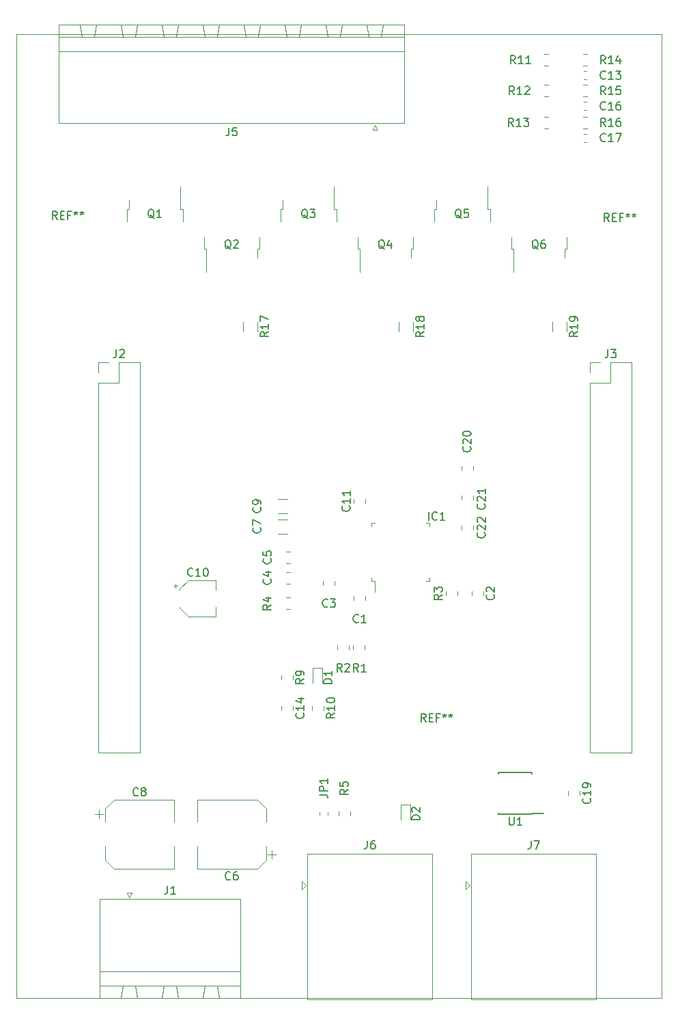
<source format=gbr>
%TF.GenerationSoftware,KiCad,Pcbnew,(5.0.2)-1*%
%TF.CreationDate,2019-02-28T08:25:03+01:00*%
%TF.ProjectId,bldc_driver_board,626c6463-5f64-4726-9976-65725f626f61,rev?*%
%TF.SameCoordinates,Original*%
%TF.FileFunction,Legend,Top*%
%TF.FilePolarity,Positive*%
%FSLAX46Y46*%
G04 Gerber Fmt 4.6, Leading zero omitted, Abs format (unit mm)*
G04 Created by KiCad (PCBNEW (5.0.2)-1) date 28.02.2019 08:25:03*
%MOMM*%
%LPD*%
G01*
G04 APERTURE LIST*
%ADD10C,0.100000*%
%ADD11C,0.120000*%
%ADD12C,0.150000*%
G04 APERTURE END LIST*
D10*
X31750000Y-166370000D02*
X31750000Y-46990000D01*
X111760000Y-166370000D02*
X31750000Y-166370000D01*
X111760000Y-46990000D02*
X111760000Y-166370000D01*
X31750000Y-46990000D02*
X111760000Y-46990000D01*
D11*
%TO.C,J5*%
X79850000Y-57990000D02*
X79850000Y-45770000D01*
X79850000Y-45770000D02*
X36990000Y-45770000D01*
X36990000Y-45770000D02*
X36990000Y-57990000D01*
X36990000Y-57990000D02*
X79850000Y-57990000D01*
X79850000Y-47270000D02*
X79850000Y-49070000D01*
X79850000Y-49070000D02*
X36990000Y-49070000D01*
X36990000Y-49070000D02*
X36990000Y-47270000D01*
X36990000Y-47270000D02*
X79850000Y-47270000D01*
X77200000Y-45770000D02*
X75200000Y-45770000D01*
X75200000Y-45770000D02*
X75450000Y-47270000D01*
X75450000Y-47270000D02*
X76950000Y-47270000D01*
X76950000Y-47270000D02*
X77200000Y-45770000D01*
X72120000Y-45770000D02*
X70120000Y-45770000D01*
X70120000Y-45770000D02*
X70370000Y-47270000D01*
X70370000Y-47270000D02*
X71870000Y-47270000D01*
X71870000Y-47270000D02*
X72120000Y-45770000D01*
X67040000Y-45770000D02*
X65040000Y-45770000D01*
X65040000Y-45770000D02*
X65290000Y-47270000D01*
X65290000Y-47270000D02*
X66790000Y-47270000D01*
X66790000Y-47270000D02*
X67040000Y-45770000D01*
X61960000Y-45770000D02*
X59960000Y-45770000D01*
X59960000Y-45770000D02*
X60210000Y-47270000D01*
X60210000Y-47270000D02*
X61710000Y-47270000D01*
X61710000Y-47270000D02*
X61960000Y-45770000D01*
X56880000Y-45770000D02*
X54880000Y-45770000D01*
X54880000Y-45770000D02*
X55130000Y-47270000D01*
X55130000Y-47270000D02*
X56630000Y-47270000D01*
X56630000Y-47270000D02*
X56880000Y-45770000D01*
X51800000Y-45770000D02*
X49800000Y-45770000D01*
X49800000Y-45770000D02*
X50050000Y-47270000D01*
X50050000Y-47270000D02*
X51550000Y-47270000D01*
X51550000Y-47270000D02*
X51800000Y-45770000D01*
X46720000Y-45770000D02*
X44720000Y-45770000D01*
X44720000Y-45770000D02*
X44970000Y-47270000D01*
X44970000Y-47270000D02*
X46470000Y-47270000D01*
X46470000Y-47270000D02*
X46720000Y-45770000D01*
X41640000Y-45770000D02*
X39640000Y-45770000D01*
X39640000Y-45770000D02*
X39890000Y-47270000D01*
X39890000Y-47270000D02*
X41390000Y-47270000D01*
X41390000Y-47270000D02*
X41640000Y-45770000D01*
X75900000Y-58790000D02*
X76200000Y-58190000D01*
X76200000Y-58190000D02*
X76500000Y-58790000D01*
X76500000Y-58790000D02*
X75900000Y-58790000D01*
%TO.C,C16*%
X102063733Y-56390000D02*
X102406267Y-56390000D01*
X102063733Y-55370000D02*
X102406267Y-55370000D01*
%TO.C,C1*%
X75005000Y-116581422D02*
X75005000Y-117098578D01*
X73585000Y-116581422D02*
X73585000Y-117098578D01*
%TO.C,C2*%
X89610000Y-115946422D02*
X89610000Y-116463578D01*
X88190000Y-115946422D02*
X88190000Y-116463578D01*
%TO.C,C3*%
X69775000Y-115193578D02*
X69775000Y-114676422D01*
X71195000Y-115193578D02*
X71195000Y-114676422D01*
%TO.C,C4*%
X65663578Y-115010000D02*
X65146422Y-115010000D01*
X65663578Y-113590000D02*
X65146422Y-113590000D01*
%TO.C,C5*%
X65146422Y-112470000D02*
X65663578Y-112470000D01*
X65146422Y-111050000D02*
X65663578Y-111050000D01*
%TO.C,C6*%
X54160000Y-141790000D02*
X54160000Y-144540000D01*
X54160000Y-150310000D02*
X54160000Y-147560000D01*
X61615563Y-150310000D02*
X54160000Y-150310000D01*
X61615563Y-141790000D02*
X54160000Y-141790000D01*
X62680000Y-142854437D02*
X62680000Y-144540000D01*
X62680000Y-149245563D02*
X62680000Y-147560000D01*
X62680000Y-149245563D02*
X61615563Y-150310000D01*
X62680000Y-142854437D02*
X61615563Y-141790000D01*
X63920000Y-148560000D02*
X62920000Y-148560000D01*
X63420000Y-149060000D02*
X63420000Y-148060000D01*
%TO.C,C7*%
X64167936Y-108860000D02*
X65372064Y-108860000D01*
X64167936Y-107040000D02*
X65372064Y-107040000D01*
%TO.C,C8*%
X41990000Y-143040000D02*
X41990000Y-144040000D01*
X41490000Y-143540000D02*
X42490000Y-143540000D01*
X42730000Y-149245563D02*
X43794437Y-150310000D01*
X42730000Y-142854437D02*
X43794437Y-141790000D01*
X42730000Y-142854437D02*
X42730000Y-144540000D01*
X42730000Y-149245563D02*
X42730000Y-147560000D01*
X43794437Y-150310000D02*
X51250000Y-150310000D01*
X43794437Y-141790000D02*
X51250000Y-141790000D01*
X51250000Y-141790000D02*
X51250000Y-144540000D01*
X51250000Y-150310000D02*
X51250000Y-147560000D01*
%TO.C,C9*%
X64167936Y-104500000D02*
X65372064Y-104500000D01*
X64167936Y-106320000D02*
X65372064Y-106320000D01*
%TO.C,C10*%
X56489000Y-119100000D02*
X56489000Y-117900000D01*
X56489000Y-114580000D02*
X56489000Y-115780000D01*
X53033437Y-114580000D02*
X56489000Y-114580000D01*
X53033437Y-119100000D02*
X56489000Y-119100000D01*
X51969000Y-118035563D02*
X51969000Y-117900000D01*
X51969000Y-115644437D02*
X51969000Y-115780000D01*
X51969000Y-115644437D02*
X53033437Y-114580000D01*
X51969000Y-118035563D02*
X53033437Y-119100000D01*
X51229000Y-115280000D02*
X51729000Y-115280000D01*
X51479000Y-115030000D02*
X51479000Y-115530000D01*
%TO.C,C11*%
X73585000Y-105033578D02*
X73585000Y-104516422D01*
X75005000Y-105033578D02*
X75005000Y-104516422D01*
%TO.C,C13*%
X102063733Y-51560000D02*
X102406267Y-51560000D01*
X102063733Y-52580000D02*
X102406267Y-52580000D01*
%TO.C,C14*%
X64568000Y-130170422D02*
X64568000Y-130687578D01*
X65988000Y-130170422D02*
X65988000Y-130687578D01*
%TO.C,C17*%
X102063733Y-59307000D02*
X102406267Y-59307000D01*
X102063733Y-60327000D02*
X102406267Y-60327000D01*
%TO.C,C19*%
X101548000Y-140711422D02*
X101548000Y-141228578D01*
X100128000Y-140711422D02*
X100128000Y-141228578D01*
%TO.C,C20*%
X88340000Y-100969578D02*
X88340000Y-100452422D01*
X86920000Y-100969578D02*
X86920000Y-100452422D01*
%TO.C,C21*%
X88340000Y-104652578D02*
X88340000Y-104135422D01*
X86920000Y-104652578D02*
X86920000Y-104135422D01*
%TO.C,C22*%
X86920000Y-108335578D02*
X86920000Y-107818422D01*
X88340000Y-108335578D02*
X88340000Y-107818422D01*
%TO.C,D1*%
X68488000Y-127319000D02*
X68488000Y-125469000D01*
X69688000Y-127319000D02*
X69688000Y-125469000D01*
X69688000Y-125469000D02*
X68488000Y-125469000D01*
%TO.C,D2*%
X80610000Y-142360000D02*
X79410000Y-142360000D01*
X80610000Y-144210000D02*
X80610000Y-142360000D01*
X79410000Y-144210000D02*
X79410000Y-142360000D01*
%TO.C,IC1*%
X75765000Y-114285000D02*
X75765000Y-114735000D01*
X75765000Y-114735000D02*
X76215000Y-114735000D01*
X75765000Y-107965000D02*
X75765000Y-107515000D01*
X75765000Y-107515000D02*
X76215000Y-107515000D01*
X82985000Y-114285000D02*
X82985000Y-114735000D01*
X82985000Y-114735000D02*
X82535000Y-114735000D01*
X82985000Y-107965000D02*
X82985000Y-107515000D01*
X82985000Y-107515000D02*
X82535000Y-107515000D01*
X76215000Y-114735000D02*
X76215000Y-116025000D01*
%TO.C,J1*%
X42070000Y-154100000D02*
X42070000Y-166320000D01*
X42070000Y-166320000D02*
X59530000Y-166320000D01*
X59530000Y-166320000D02*
X59530000Y-154100000D01*
X59530000Y-154100000D02*
X42070000Y-154100000D01*
X42070000Y-164820000D02*
X42070000Y-163020000D01*
X42070000Y-163020000D02*
X59530000Y-163020000D01*
X59530000Y-163020000D02*
X59530000Y-164820000D01*
X59530000Y-164820000D02*
X42070000Y-164820000D01*
X44720000Y-166320000D02*
X46720000Y-166320000D01*
X46720000Y-166320000D02*
X46470000Y-164820000D01*
X46470000Y-164820000D02*
X44970000Y-164820000D01*
X44970000Y-164820000D02*
X44720000Y-166320000D01*
X49800000Y-166320000D02*
X51800000Y-166320000D01*
X51800000Y-166320000D02*
X51550000Y-164820000D01*
X51550000Y-164820000D02*
X50050000Y-164820000D01*
X50050000Y-164820000D02*
X49800000Y-166320000D01*
X54880000Y-166320000D02*
X56880000Y-166320000D01*
X56880000Y-166320000D02*
X56630000Y-164820000D01*
X56630000Y-164820000D02*
X55130000Y-164820000D01*
X55130000Y-164820000D02*
X54880000Y-166320000D01*
X46020000Y-153300000D02*
X45720000Y-153900000D01*
X45720000Y-153900000D02*
X45420000Y-153300000D01*
X45420000Y-153300000D02*
X46020000Y-153300000D01*
%TO.C,J2*%
X41850000Y-87570000D02*
X43180000Y-87570000D01*
X41850000Y-88900000D02*
X41850000Y-87570000D01*
X44450000Y-87570000D02*
X47050000Y-87570000D01*
X44450000Y-90170000D02*
X44450000Y-87570000D01*
X41850000Y-90170000D02*
X44450000Y-90170000D01*
X47050000Y-87570000D02*
X47050000Y-135950000D01*
X41850000Y-90170000D02*
X41850000Y-135950000D01*
X41850000Y-135950000D02*
X47050000Y-135950000D01*
%TO.C,J3*%
X102810000Y-135950000D02*
X108010000Y-135950000D01*
X102810000Y-90170000D02*
X102810000Y-135950000D01*
X108010000Y-87570000D02*
X108010000Y-135950000D01*
X102810000Y-90170000D02*
X105410000Y-90170000D01*
X105410000Y-90170000D02*
X105410000Y-87570000D01*
X105410000Y-87570000D02*
X108010000Y-87570000D01*
X102810000Y-88900000D02*
X102810000Y-87570000D01*
X102810000Y-87570000D02*
X104140000Y-87570000D01*
%TO.C,J6*%
X67805000Y-148520000D02*
X67805000Y-166480000D01*
X83325000Y-148520000D02*
X67805000Y-148520000D01*
X83325000Y-148520000D02*
X83325000Y-166480000D01*
X67805000Y-166480000D02*
X83325000Y-166480000D01*
X67620000Y-152400000D02*
X67120000Y-151900000D01*
X67120000Y-151900000D02*
X67120000Y-152900000D01*
X67120000Y-152900000D02*
X67620000Y-152400000D01*
%TO.C,J7*%
X87440000Y-152900000D02*
X87940000Y-152400000D01*
X87440000Y-151900000D02*
X87440000Y-152900000D01*
X87940000Y-152400000D02*
X87440000Y-151900000D01*
X88125000Y-166480000D02*
X103645000Y-166480000D01*
X103645000Y-148520000D02*
X103645000Y-166480000D01*
X103645000Y-148520000D02*
X88125000Y-148520000D01*
X88125000Y-148520000D02*
X88125000Y-166480000D01*
%TO.C,JP1*%
X70360000Y-143338733D02*
X70360000Y-143681267D01*
X69340000Y-143338733D02*
X69340000Y-143681267D01*
%TO.C,Q1*%
X52345000Y-70150000D02*
X52345000Y-68650000D01*
X52345000Y-68650000D02*
X52075000Y-68650000D01*
X52075000Y-68650000D02*
X52075000Y-65820000D01*
X45445000Y-70150000D02*
X45445000Y-68650000D01*
X45445000Y-68650000D02*
X45715000Y-68650000D01*
X45715000Y-68650000D02*
X45715000Y-67550000D01*
%TO.C,Q2*%
X61600000Y-73590000D02*
X61600000Y-74690000D01*
X61870000Y-73590000D02*
X61600000Y-73590000D01*
X61870000Y-72090000D02*
X61870000Y-73590000D01*
X55240000Y-73590000D02*
X55240000Y-76420000D01*
X54970000Y-73590000D02*
X55240000Y-73590000D01*
X54970000Y-72090000D02*
X54970000Y-73590000D01*
%TO.C,Q3*%
X64765000Y-68650000D02*
X64765000Y-67550000D01*
X64495000Y-68650000D02*
X64765000Y-68650000D01*
X64495000Y-70150000D02*
X64495000Y-68650000D01*
X71125000Y-68650000D02*
X71125000Y-65820000D01*
X71395000Y-68650000D02*
X71125000Y-68650000D01*
X71395000Y-70150000D02*
X71395000Y-68650000D01*
%TO.C,Q4*%
X74020000Y-72090000D02*
X74020000Y-73590000D01*
X74020000Y-73590000D02*
X74290000Y-73590000D01*
X74290000Y-73590000D02*
X74290000Y-76420000D01*
X80920000Y-72090000D02*
X80920000Y-73590000D01*
X80920000Y-73590000D02*
X80650000Y-73590000D01*
X80650000Y-73590000D02*
X80650000Y-74690000D01*
%TO.C,Q5*%
X90445000Y-70150000D02*
X90445000Y-68650000D01*
X90445000Y-68650000D02*
X90175000Y-68650000D01*
X90175000Y-68650000D02*
X90175000Y-65820000D01*
X83545000Y-70150000D02*
X83545000Y-68650000D01*
X83545000Y-68650000D02*
X83815000Y-68650000D01*
X83815000Y-68650000D02*
X83815000Y-67550000D01*
%TO.C,Q6*%
X99700000Y-73590000D02*
X99700000Y-74690000D01*
X99970000Y-73590000D02*
X99700000Y-73590000D01*
X99970000Y-72090000D02*
X99970000Y-73590000D01*
X93340000Y-73590000D02*
X93340000Y-76420000D01*
X93070000Y-73590000D02*
X93340000Y-73590000D01*
X93070000Y-72090000D02*
X93070000Y-73590000D01*
%TO.C,R1*%
X73458000Y-123194578D02*
X73458000Y-122677422D01*
X74878000Y-123194578D02*
X74878000Y-122677422D01*
%TO.C,R2*%
X71553000Y-122677422D02*
X71553000Y-123194578D01*
X72973000Y-122677422D02*
X72973000Y-123194578D01*
%TO.C,R3*%
X86435000Y-116463578D02*
X86435000Y-115946422D01*
X85015000Y-116463578D02*
X85015000Y-115946422D01*
%TO.C,R4*%
X65146422Y-116765000D02*
X65663578Y-116765000D01*
X65146422Y-118185000D02*
X65663578Y-118185000D01*
%TO.C,R5*%
X71680000Y-143768578D02*
X71680000Y-143251422D01*
X73100000Y-143768578D02*
X73100000Y-143251422D01*
%TO.C,R9*%
X65988000Y-126360422D02*
X65988000Y-126877578D01*
X64568000Y-126360422D02*
X64568000Y-126877578D01*
%TO.C,R10*%
X68378000Y-130170422D02*
X68378000Y-130687578D01*
X69798000Y-130170422D02*
X69798000Y-130687578D01*
%TO.C,R11*%
X97667578Y-50875000D02*
X97150422Y-50875000D01*
X97667578Y-49455000D02*
X97150422Y-49455000D01*
%TO.C,R12*%
X97667578Y-54685000D02*
X97150422Y-54685000D01*
X97667578Y-53265000D02*
X97150422Y-53265000D01*
%TO.C,R13*%
X97667578Y-57202000D02*
X97150422Y-57202000D01*
X97667578Y-58622000D02*
X97150422Y-58622000D01*
%TO.C,R14*%
X101976422Y-50875000D02*
X102493578Y-50875000D01*
X101976422Y-49455000D02*
X102493578Y-49455000D01*
%TO.C,R15*%
X101976422Y-53265000D02*
X102493578Y-53265000D01*
X101976422Y-54685000D02*
X102493578Y-54685000D01*
%TO.C,R16*%
X101976422Y-58622000D02*
X102493578Y-58622000D01*
X101976422Y-57202000D02*
X102493578Y-57202000D01*
%TO.C,R17*%
X61616000Y-82582936D02*
X61616000Y-83787064D01*
X59796000Y-82582936D02*
X59796000Y-83787064D01*
%TO.C,R18*%
X80920000Y-82582936D02*
X80920000Y-83787064D01*
X79100000Y-82582936D02*
X79100000Y-83787064D01*
%TO.C,R19*%
X98150000Y-82582936D02*
X98150000Y-83787064D01*
X99970000Y-82582936D02*
X99970000Y-83787064D01*
D12*
%TO.C,U1*%
X95674000Y-143545000D02*
X95674000Y-143495000D01*
X91524000Y-143545000D02*
X91524000Y-143400000D01*
X91524000Y-138395000D02*
X91524000Y-138540000D01*
X95674000Y-138395000D02*
X95674000Y-138540000D01*
X95674000Y-143545000D02*
X91524000Y-143545000D01*
X95674000Y-138395000D02*
X91524000Y-138395000D01*
X95674000Y-143495000D02*
X97074000Y-143495000D01*
%TD*%
%TO.C,J5*%
X58086666Y-58532380D02*
X58086666Y-59246666D01*
X58039047Y-59389523D01*
X57943809Y-59484761D01*
X57800952Y-59532380D01*
X57705714Y-59532380D01*
X59039047Y-58532380D02*
X58562857Y-58532380D01*
X58515238Y-59008571D01*
X58562857Y-58960952D01*
X58658095Y-58913333D01*
X58896190Y-58913333D01*
X58991428Y-58960952D01*
X59039047Y-59008571D01*
X59086666Y-59103809D01*
X59086666Y-59341904D01*
X59039047Y-59437142D01*
X58991428Y-59484761D01*
X58896190Y-59532380D01*
X58658095Y-59532380D01*
X58562857Y-59484761D01*
X58515238Y-59437142D01*
%TO.C,C16*%
X104767142Y-56237142D02*
X104719523Y-56284761D01*
X104576666Y-56332380D01*
X104481428Y-56332380D01*
X104338571Y-56284761D01*
X104243333Y-56189523D01*
X104195714Y-56094285D01*
X104148095Y-55903809D01*
X104148095Y-55760952D01*
X104195714Y-55570476D01*
X104243333Y-55475238D01*
X104338571Y-55380000D01*
X104481428Y-55332380D01*
X104576666Y-55332380D01*
X104719523Y-55380000D01*
X104767142Y-55427619D01*
X105719523Y-56332380D02*
X105148095Y-56332380D01*
X105433809Y-56332380D02*
X105433809Y-55332380D01*
X105338571Y-55475238D01*
X105243333Y-55570476D01*
X105148095Y-55618095D01*
X106576666Y-55332380D02*
X106386190Y-55332380D01*
X106290952Y-55380000D01*
X106243333Y-55427619D01*
X106148095Y-55570476D01*
X106100476Y-55760952D01*
X106100476Y-56141904D01*
X106148095Y-56237142D01*
X106195714Y-56284761D01*
X106290952Y-56332380D01*
X106481428Y-56332380D01*
X106576666Y-56284761D01*
X106624285Y-56237142D01*
X106671904Y-56141904D01*
X106671904Y-55903809D01*
X106624285Y-55808571D01*
X106576666Y-55760952D01*
X106481428Y-55713333D01*
X106290952Y-55713333D01*
X106195714Y-55760952D01*
X106148095Y-55808571D01*
X106100476Y-55903809D01*
%TO.C,C1*%
X74128333Y-119737142D02*
X74080714Y-119784761D01*
X73937857Y-119832380D01*
X73842619Y-119832380D01*
X73699761Y-119784761D01*
X73604523Y-119689523D01*
X73556904Y-119594285D01*
X73509285Y-119403809D01*
X73509285Y-119260952D01*
X73556904Y-119070476D01*
X73604523Y-118975238D01*
X73699761Y-118880000D01*
X73842619Y-118832380D01*
X73937857Y-118832380D01*
X74080714Y-118880000D01*
X74128333Y-118927619D01*
X75080714Y-119832380D02*
X74509285Y-119832380D01*
X74795000Y-119832380D02*
X74795000Y-118832380D01*
X74699761Y-118975238D01*
X74604523Y-119070476D01*
X74509285Y-119118095D01*
%TO.C,C2*%
X90907142Y-116371666D02*
X90954761Y-116419285D01*
X91002380Y-116562142D01*
X91002380Y-116657380D01*
X90954761Y-116800238D01*
X90859523Y-116895476D01*
X90764285Y-116943095D01*
X90573809Y-116990714D01*
X90430952Y-116990714D01*
X90240476Y-116943095D01*
X90145238Y-116895476D01*
X90050000Y-116800238D01*
X90002380Y-116657380D01*
X90002380Y-116562142D01*
X90050000Y-116419285D01*
X90097619Y-116371666D01*
X90097619Y-115990714D02*
X90050000Y-115943095D01*
X90002380Y-115847857D01*
X90002380Y-115609761D01*
X90050000Y-115514523D01*
X90097619Y-115466904D01*
X90192857Y-115419285D01*
X90288095Y-115419285D01*
X90430952Y-115466904D01*
X91002380Y-116038333D01*
X91002380Y-115419285D01*
%TO.C,C3*%
X70318333Y-117832142D02*
X70270714Y-117879761D01*
X70127857Y-117927380D01*
X70032619Y-117927380D01*
X69889761Y-117879761D01*
X69794523Y-117784523D01*
X69746904Y-117689285D01*
X69699285Y-117498809D01*
X69699285Y-117355952D01*
X69746904Y-117165476D01*
X69794523Y-117070238D01*
X69889761Y-116975000D01*
X70032619Y-116927380D01*
X70127857Y-116927380D01*
X70270714Y-116975000D01*
X70318333Y-117022619D01*
X70651666Y-116927380D02*
X71270714Y-116927380D01*
X70937380Y-117308333D01*
X71080238Y-117308333D01*
X71175476Y-117355952D01*
X71223095Y-117403571D01*
X71270714Y-117498809D01*
X71270714Y-117736904D01*
X71223095Y-117832142D01*
X71175476Y-117879761D01*
X71080238Y-117927380D01*
X70794523Y-117927380D01*
X70699285Y-117879761D01*
X70651666Y-117832142D01*
%TO.C,C4*%
X63222142Y-114466666D02*
X63269761Y-114514285D01*
X63317380Y-114657142D01*
X63317380Y-114752380D01*
X63269761Y-114895238D01*
X63174523Y-114990476D01*
X63079285Y-115038095D01*
X62888809Y-115085714D01*
X62745952Y-115085714D01*
X62555476Y-115038095D01*
X62460238Y-114990476D01*
X62365000Y-114895238D01*
X62317380Y-114752380D01*
X62317380Y-114657142D01*
X62365000Y-114514285D01*
X62412619Y-114466666D01*
X62650714Y-113609523D02*
X63317380Y-113609523D01*
X62269761Y-113847619D02*
X62984047Y-114085714D01*
X62984047Y-113466666D01*
%TO.C,C5*%
X63222142Y-111926666D02*
X63269761Y-111974285D01*
X63317380Y-112117142D01*
X63317380Y-112212380D01*
X63269761Y-112355238D01*
X63174523Y-112450476D01*
X63079285Y-112498095D01*
X62888809Y-112545714D01*
X62745952Y-112545714D01*
X62555476Y-112498095D01*
X62460238Y-112450476D01*
X62365000Y-112355238D01*
X62317380Y-112212380D01*
X62317380Y-112117142D01*
X62365000Y-111974285D01*
X62412619Y-111926666D01*
X62317380Y-111021904D02*
X62317380Y-111498095D01*
X62793571Y-111545714D01*
X62745952Y-111498095D01*
X62698333Y-111402857D01*
X62698333Y-111164761D01*
X62745952Y-111069523D01*
X62793571Y-111021904D01*
X62888809Y-110974285D01*
X63126904Y-110974285D01*
X63222142Y-111021904D01*
X63269761Y-111069523D01*
X63317380Y-111164761D01*
X63317380Y-111402857D01*
X63269761Y-111498095D01*
X63222142Y-111545714D01*
%TO.C,C6*%
X58253333Y-151607142D02*
X58205714Y-151654761D01*
X58062857Y-151702380D01*
X57967619Y-151702380D01*
X57824761Y-151654761D01*
X57729523Y-151559523D01*
X57681904Y-151464285D01*
X57634285Y-151273809D01*
X57634285Y-151130952D01*
X57681904Y-150940476D01*
X57729523Y-150845238D01*
X57824761Y-150750000D01*
X57967619Y-150702380D01*
X58062857Y-150702380D01*
X58205714Y-150750000D01*
X58253333Y-150797619D01*
X59110476Y-150702380D02*
X58920000Y-150702380D01*
X58824761Y-150750000D01*
X58777142Y-150797619D01*
X58681904Y-150940476D01*
X58634285Y-151130952D01*
X58634285Y-151511904D01*
X58681904Y-151607142D01*
X58729523Y-151654761D01*
X58824761Y-151702380D01*
X59015238Y-151702380D01*
X59110476Y-151654761D01*
X59158095Y-151607142D01*
X59205714Y-151511904D01*
X59205714Y-151273809D01*
X59158095Y-151178571D01*
X59110476Y-151130952D01*
X59015238Y-151083333D01*
X58824761Y-151083333D01*
X58729523Y-151130952D01*
X58681904Y-151178571D01*
X58634285Y-151273809D01*
%TO.C,C7*%
X61952142Y-108116666D02*
X61999761Y-108164285D01*
X62047380Y-108307142D01*
X62047380Y-108402380D01*
X61999761Y-108545238D01*
X61904523Y-108640476D01*
X61809285Y-108688095D01*
X61618809Y-108735714D01*
X61475952Y-108735714D01*
X61285476Y-108688095D01*
X61190238Y-108640476D01*
X61095000Y-108545238D01*
X61047380Y-108402380D01*
X61047380Y-108307142D01*
X61095000Y-108164285D01*
X61142619Y-108116666D01*
X61047380Y-107783333D02*
X61047380Y-107116666D01*
X62047380Y-107545238D01*
%TO.C,C8*%
X46823333Y-141207142D02*
X46775714Y-141254761D01*
X46632857Y-141302380D01*
X46537619Y-141302380D01*
X46394761Y-141254761D01*
X46299523Y-141159523D01*
X46251904Y-141064285D01*
X46204285Y-140873809D01*
X46204285Y-140730952D01*
X46251904Y-140540476D01*
X46299523Y-140445238D01*
X46394761Y-140350000D01*
X46537619Y-140302380D01*
X46632857Y-140302380D01*
X46775714Y-140350000D01*
X46823333Y-140397619D01*
X47394761Y-140730952D02*
X47299523Y-140683333D01*
X47251904Y-140635714D01*
X47204285Y-140540476D01*
X47204285Y-140492857D01*
X47251904Y-140397619D01*
X47299523Y-140350000D01*
X47394761Y-140302380D01*
X47585238Y-140302380D01*
X47680476Y-140350000D01*
X47728095Y-140397619D01*
X47775714Y-140492857D01*
X47775714Y-140540476D01*
X47728095Y-140635714D01*
X47680476Y-140683333D01*
X47585238Y-140730952D01*
X47394761Y-140730952D01*
X47299523Y-140778571D01*
X47251904Y-140826190D01*
X47204285Y-140921428D01*
X47204285Y-141111904D01*
X47251904Y-141207142D01*
X47299523Y-141254761D01*
X47394761Y-141302380D01*
X47585238Y-141302380D01*
X47680476Y-141254761D01*
X47728095Y-141207142D01*
X47775714Y-141111904D01*
X47775714Y-140921428D01*
X47728095Y-140826190D01*
X47680476Y-140778571D01*
X47585238Y-140730952D01*
%TO.C,C9*%
X61952142Y-105576666D02*
X61999761Y-105624285D01*
X62047380Y-105767142D01*
X62047380Y-105862380D01*
X61999761Y-106005238D01*
X61904523Y-106100476D01*
X61809285Y-106148095D01*
X61618809Y-106195714D01*
X61475952Y-106195714D01*
X61285476Y-106148095D01*
X61190238Y-106100476D01*
X61095000Y-106005238D01*
X61047380Y-105862380D01*
X61047380Y-105767142D01*
X61095000Y-105624285D01*
X61142619Y-105576666D01*
X62047380Y-105100476D02*
X62047380Y-104910000D01*
X61999761Y-104814761D01*
X61952142Y-104767142D01*
X61809285Y-104671904D01*
X61618809Y-104624285D01*
X61237857Y-104624285D01*
X61142619Y-104671904D01*
X61095000Y-104719523D01*
X61047380Y-104814761D01*
X61047380Y-105005238D01*
X61095000Y-105100476D01*
X61142619Y-105148095D01*
X61237857Y-105195714D01*
X61475952Y-105195714D01*
X61571190Y-105148095D01*
X61618809Y-105100476D01*
X61666428Y-105005238D01*
X61666428Y-104814761D01*
X61618809Y-104719523D01*
X61571190Y-104671904D01*
X61475952Y-104624285D01*
%TO.C,C10*%
X53586142Y-113997142D02*
X53538523Y-114044761D01*
X53395666Y-114092380D01*
X53300428Y-114092380D01*
X53157571Y-114044761D01*
X53062333Y-113949523D01*
X53014714Y-113854285D01*
X52967095Y-113663809D01*
X52967095Y-113520952D01*
X53014714Y-113330476D01*
X53062333Y-113235238D01*
X53157571Y-113140000D01*
X53300428Y-113092380D01*
X53395666Y-113092380D01*
X53538523Y-113140000D01*
X53586142Y-113187619D01*
X54538523Y-114092380D02*
X53967095Y-114092380D01*
X54252809Y-114092380D02*
X54252809Y-113092380D01*
X54157571Y-113235238D01*
X54062333Y-113330476D01*
X53967095Y-113378095D01*
X55157571Y-113092380D02*
X55252809Y-113092380D01*
X55348047Y-113140000D01*
X55395666Y-113187619D01*
X55443285Y-113282857D01*
X55490904Y-113473333D01*
X55490904Y-113711428D01*
X55443285Y-113901904D01*
X55395666Y-113997142D01*
X55348047Y-114044761D01*
X55252809Y-114092380D01*
X55157571Y-114092380D01*
X55062333Y-114044761D01*
X55014714Y-113997142D01*
X54967095Y-113901904D01*
X54919476Y-113711428D01*
X54919476Y-113473333D01*
X54967095Y-113282857D01*
X55014714Y-113187619D01*
X55062333Y-113140000D01*
X55157571Y-113092380D01*
%TO.C,C11*%
X73002142Y-105417857D02*
X73049761Y-105465476D01*
X73097380Y-105608333D01*
X73097380Y-105703571D01*
X73049761Y-105846428D01*
X72954523Y-105941666D01*
X72859285Y-105989285D01*
X72668809Y-106036904D01*
X72525952Y-106036904D01*
X72335476Y-105989285D01*
X72240238Y-105941666D01*
X72145000Y-105846428D01*
X72097380Y-105703571D01*
X72097380Y-105608333D01*
X72145000Y-105465476D01*
X72192619Y-105417857D01*
X73097380Y-104465476D02*
X73097380Y-105036904D01*
X73097380Y-104751190D02*
X72097380Y-104751190D01*
X72240238Y-104846428D01*
X72335476Y-104941666D01*
X72383095Y-105036904D01*
X73097380Y-103513095D02*
X73097380Y-104084523D01*
X73097380Y-103798809D02*
X72097380Y-103798809D01*
X72240238Y-103894047D01*
X72335476Y-103989285D01*
X72383095Y-104084523D01*
%TO.C,C13*%
X104767142Y-52427142D02*
X104719523Y-52474761D01*
X104576666Y-52522380D01*
X104481428Y-52522380D01*
X104338571Y-52474761D01*
X104243333Y-52379523D01*
X104195714Y-52284285D01*
X104148095Y-52093809D01*
X104148095Y-51950952D01*
X104195714Y-51760476D01*
X104243333Y-51665238D01*
X104338571Y-51570000D01*
X104481428Y-51522380D01*
X104576666Y-51522380D01*
X104719523Y-51570000D01*
X104767142Y-51617619D01*
X105719523Y-52522380D02*
X105148095Y-52522380D01*
X105433809Y-52522380D02*
X105433809Y-51522380D01*
X105338571Y-51665238D01*
X105243333Y-51760476D01*
X105148095Y-51808095D01*
X106052857Y-51522380D02*
X106671904Y-51522380D01*
X106338571Y-51903333D01*
X106481428Y-51903333D01*
X106576666Y-51950952D01*
X106624285Y-51998571D01*
X106671904Y-52093809D01*
X106671904Y-52331904D01*
X106624285Y-52427142D01*
X106576666Y-52474761D01*
X106481428Y-52522380D01*
X106195714Y-52522380D01*
X106100476Y-52474761D01*
X106052857Y-52427142D01*
%TO.C,C14*%
X67285142Y-131071857D02*
X67332761Y-131119476D01*
X67380380Y-131262333D01*
X67380380Y-131357571D01*
X67332761Y-131500428D01*
X67237523Y-131595666D01*
X67142285Y-131643285D01*
X66951809Y-131690904D01*
X66808952Y-131690904D01*
X66618476Y-131643285D01*
X66523238Y-131595666D01*
X66428000Y-131500428D01*
X66380380Y-131357571D01*
X66380380Y-131262333D01*
X66428000Y-131119476D01*
X66475619Y-131071857D01*
X67380380Y-130119476D02*
X67380380Y-130690904D01*
X67380380Y-130405190D02*
X66380380Y-130405190D01*
X66523238Y-130500428D01*
X66618476Y-130595666D01*
X66666095Y-130690904D01*
X66713714Y-129262333D02*
X67380380Y-129262333D01*
X66332761Y-129500428D02*
X67047047Y-129738523D01*
X67047047Y-129119476D01*
%TO.C,C17*%
X104767142Y-60174142D02*
X104719523Y-60221761D01*
X104576666Y-60269380D01*
X104481428Y-60269380D01*
X104338571Y-60221761D01*
X104243333Y-60126523D01*
X104195714Y-60031285D01*
X104148095Y-59840809D01*
X104148095Y-59697952D01*
X104195714Y-59507476D01*
X104243333Y-59412238D01*
X104338571Y-59317000D01*
X104481428Y-59269380D01*
X104576666Y-59269380D01*
X104719523Y-59317000D01*
X104767142Y-59364619D01*
X105719523Y-60269380D02*
X105148095Y-60269380D01*
X105433809Y-60269380D02*
X105433809Y-59269380D01*
X105338571Y-59412238D01*
X105243333Y-59507476D01*
X105148095Y-59555095D01*
X106052857Y-59269380D02*
X106719523Y-59269380D01*
X106290952Y-60269380D01*
%TO.C,C19*%
X102845142Y-141612857D02*
X102892761Y-141660476D01*
X102940380Y-141803333D01*
X102940380Y-141898571D01*
X102892761Y-142041428D01*
X102797523Y-142136666D01*
X102702285Y-142184285D01*
X102511809Y-142231904D01*
X102368952Y-142231904D01*
X102178476Y-142184285D01*
X102083238Y-142136666D01*
X101988000Y-142041428D01*
X101940380Y-141898571D01*
X101940380Y-141803333D01*
X101988000Y-141660476D01*
X102035619Y-141612857D01*
X102940380Y-140660476D02*
X102940380Y-141231904D01*
X102940380Y-140946190D02*
X101940380Y-140946190D01*
X102083238Y-141041428D01*
X102178476Y-141136666D01*
X102226095Y-141231904D01*
X102940380Y-140184285D02*
X102940380Y-139993809D01*
X102892761Y-139898571D01*
X102845142Y-139850952D01*
X102702285Y-139755714D01*
X102511809Y-139708095D01*
X102130857Y-139708095D01*
X102035619Y-139755714D01*
X101988000Y-139803333D01*
X101940380Y-139898571D01*
X101940380Y-140089047D01*
X101988000Y-140184285D01*
X102035619Y-140231904D01*
X102130857Y-140279523D01*
X102368952Y-140279523D01*
X102464190Y-140231904D01*
X102511809Y-140184285D01*
X102559428Y-140089047D01*
X102559428Y-139898571D01*
X102511809Y-139803333D01*
X102464190Y-139755714D01*
X102368952Y-139708095D01*
%TO.C,C20*%
X87987142Y-98051857D02*
X88034761Y-98099476D01*
X88082380Y-98242333D01*
X88082380Y-98337571D01*
X88034761Y-98480428D01*
X87939523Y-98575666D01*
X87844285Y-98623285D01*
X87653809Y-98670904D01*
X87510952Y-98670904D01*
X87320476Y-98623285D01*
X87225238Y-98575666D01*
X87130000Y-98480428D01*
X87082380Y-98337571D01*
X87082380Y-98242333D01*
X87130000Y-98099476D01*
X87177619Y-98051857D01*
X87177619Y-97670904D02*
X87130000Y-97623285D01*
X87082380Y-97528047D01*
X87082380Y-97289952D01*
X87130000Y-97194714D01*
X87177619Y-97147095D01*
X87272857Y-97099476D01*
X87368095Y-97099476D01*
X87510952Y-97147095D01*
X88082380Y-97718523D01*
X88082380Y-97099476D01*
X87082380Y-96480428D02*
X87082380Y-96385190D01*
X87130000Y-96289952D01*
X87177619Y-96242333D01*
X87272857Y-96194714D01*
X87463333Y-96147095D01*
X87701428Y-96147095D01*
X87891904Y-96194714D01*
X87987142Y-96242333D01*
X88034761Y-96289952D01*
X88082380Y-96385190D01*
X88082380Y-96480428D01*
X88034761Y-96575666D01*
X87987142Y-96623285D01*
X87891904Y-96670904D01*
X87701428Y-96718523D01*
X87463333Y-96718523D01*
X87272857Y-96670904D01*
X87177619Y-96623285D01*
X87130000Y-96575666D01*
X87082380Y-96480428D01*
%TO.C,C21*%
X89765142Y-105163857D02*
X89812761Y-105211476D01*
X89860380Y-105354333D01*
X89860380Y-105449571D01*
X89812761Y-105592428D01*
X89717523Y-105687666D01*
X89622285Y-105735285D01*
X89431809Y-105782904D01*
X89288952Y-105782904D01*
X89098476Y-105735285D01*
X89003238Y-105687666D01*
X88908000Y-105592428D01*
X88860380Y-105449571D01*
X88860380Y-105354333D01*
X88908000Y-105211476D01*
X88955619Y-105163857D01*
X88955619Y-104782904D02*
X88908000Y-104735285D01*
X88860380Y-104640047D01*
X88860380Y-104401952D01*
X88908000Y-104306714D01*
X88955619Y-104259095D01*
X89050857Y-104211476D01*
X89146095Y-104211476D01*
X89288952Y-104259095D01*
X89860380Y-104830523D01*
X89860380Y-104211476D01*
X89860380Y-103259095D02*
X89860380Y-103830523D01*
X89860380Y-103544809D02*
X88860380Y-103544809D01*
X89003238Y-103640047D01*
X89098476Y-103735285D01*
X89146095Y-103830523D01*
%TO.C,C22*%
X89765142Y-108719857D02*
X89812761Y-108767476D01*
X89860380Y-108910333D01*
X89860380Y-109005571D01*
X89812761Y-109148428D01*
X89717523Y-109243666D01*
X89622285Y-109291285D01*
X89431809Y-109338904D01*
X89288952Y-109338904D01*
X89098476Y-109291285D01*
X89003238Y-109243666D01*
X88908000Y-109148428D01*
X88860380Y-109005571D01*
X88860380Y-108910333D01*
X88908000Y-108767476D01*
X88955619Y-108719857D01*
X88955619Y-108338904D02*
X88908000Y-108291285D01*
X88860380Y-108196047D01*
X88860380Y-107957952D01*
X88908000Y-107862714D01*
X88955619Y-107815095D01*
X89050857Y-107767476D01*
X89146095Y-107767476D01*
X89288952Y-107815095D01*
X89860380Y-108386523D01*
X89860380Y-107767476D01*
X88955619Y-107386523D02*
X88908000Y-107338904D01*
X88860380Y-107243666D01*
X88860380Y-107005571D01*
X88908000Y-106910333D01*
X88955619Y-106862714D01*
X89050857Y-106815095D01*
X89146095Y-106815095D01*
X89288952Y-106862714D01*
X89860380Y-107434142D01*
X89860380Y-106815095D01*
%TO.C,D1*%
X70840380Y-127357095D02*
X69840380Y-127357095D01*
X69840380Y-127119000D01*
X69888000Y-126976142D01*
X69983238Y-126880904D01*
X70078476Y-126833285D01*
X70268952Y-126785666D01*
X70411809Y-126785666D01*
X70602285Y-126833285D01*
X70697523Y-126880904D01*
X70792761Y-126976142D01*
X70840380Y-127119000D01*
X70840380Y-127357095D01*
X70840380Y-125833285D02*
X70840380Y-126404714D01*
X70840380Y-126119000D02*
X69840380Y-126119000D01*
X69983238Y-126214238D01*
X70078476Y-126309476D01*
X70126095Y-126404714D01*
%TO.C,D2*%
X81762380Y-144248095D02*
X80762380Y-144248095D01*
X80762380Y-144010000D01*
X80810000Y-143867142D01*
X80905238Y-143771904D01*
X81000476Y-143724285D01*
X81190952Y-143676666D01*
X81333809Y-143676666D01*
X81524285Y-143724285D01*
X81619523Y-143771904D01*
X81714761Y-143867142D01*
X81762380Y-144010000D01*
X81762380Y-144248095D01*
X80857619Y-143295714D02*
X80810000Y-143248095D01*
X80762380Y-143152857D01*
X80762380Y-142914761D01*
X80810000Y-142819523D01*
X80857619Y-142771904D01*
X80952857Y-142724285D01*
X81048095Y-142724285D01*
X81190952Y-142771904D01*
X81762380Y-143343333D01*
X81762380Y-142724285D01*
%TO.C,IC1*%
X82843809Y-107132380D02*
X82843809Y-106132380D01*
X83891428Y-107037142D02*
X83843809Y-107084761D01*
X83700952Y-107132380D01*
X83605714Y-107132380D01*
X83462857Y-107084761D01*
X83367619Y-106989523D01*
X83320000Y-106894285D01*
X83272380Y-106703809D01*
X83272380Y-106560952D01*
X83320000Y-106370476D01*
X83367619Y-106275238D01*
X83462857Y-106180000D01*
X83605714Y-106132380D01*
X83700952Y-106132380D01*
X83843809Y-106180000D01*
X83891428Y-106227619D01*
X84843809Y-107132380D02*
X84272380Y-107132380D01*
X84558095Y-107132380D02*
X84558095Y-106132380D01*
X84462857Y-106275238D01*
X84367619Y-106370476D01*
X84272380Y-106418095D01*
%TO.C,J1*%
X50466666Y-152462380D02*
X50466666Y-153176666D01*
X50419047Y-153319523D01*
X50323809Y-153414761D01*
X50180952Y-153462380D01*
X50085714Y-153462380D01*
X51466666Y-153462380D02*
X50895238Y-153462380D01*
X51180952Y-153462380D02*
X51180952Y-152462380D01*
X51085714Y-152605238D01*
X50990476Y-152700476D01*
X50895238Y-152748095D01*
%TO.C,J2*%
X44116666Y-86022380D02*
X44116666Y-86736666D01*
X44069047Y-86879523D01*
X43973809Y-86974761D01*
X43830952Y-87022380D01*
X43735714Y-87022380D01*
X44545238Y-86117619D02*
X44592857Y-86070000D01*
X44688095Y-86022380D01*
X44926190Y-86022380D01*
X45021428Y-86070000D01*
X45069047Y-86117619D01*
X45116666Y-86212857D01*
X45116666Y-86308095D01*
X45069047Y-86450952D01*
X44497619Y-87022380D01*
X45116666Y-87022380D01*
%TO.C,J3*%
X105076666Y-86022380D02*
X105076666Y-86736666D01*
X105029047Y-86879523D01*
X104933809Y-86974761D01*
X104790952Y-87022380D01*
X104695714Y-87022380D01*
X105457619Y-86022380D02*
X106076666Y-86022380D01*
X105743333Y-86403333D01*
X105886190Y-86403333D01*
X105981428Y-86450952D01*
X106029047Y-86498571D01*
X106076666Y-86593809D01*
X106076666Y-86831904D01*
X106029047Y-86927142D01*
X105981428Y-86974761D01*
X105886190Y-87022380D01*
X105600476Y-87022380D01*
X105505238Y-86974761D01*
X105457619Y-86927142D01*
%TO.C,J6*%
X75231666Y-146852380D02*
X75231666Y-147566666D01*
X75184047Y-147709523D01*
X75088809Y-147804761D01*
X74945952Y-147852380D01*
X74850714Y-147852380D01*
X76136428Y-146852380D02*
X75945952Y-146852380D01*
X75850714Y-146900000D01*
X75803095Y-146947619D01*
X75707857Y-147090476D01*
X75660238Y-147280952D01*
X75660238Y-147661904D01*
X75707857Y-147757142D01*
X75755476Y-147804761D01*
X75850714Y-147852380D01*
X76041190Y-147852380D01*
X76136428Y-147804761D01*
X76184047Y-147757142D01*
X76231666Y-147661904D01*
X76231666Y-147423809D01*
X76184047Y-147328571D01*
X76136428Y-147280952D01*
X76041190Y-147233333D01*
X75850714Y-147233333D01*
X75755476Y-147280952D01*
X75707857Y-147328571D01*
X75660238Y-147423809D01*
%TO.C,J7*%
X95551666Y-146852380D02*
X95551666Y-147566666D01*
X95504047Y-147709523D01*
X95408809Y-147804761D01*
X95265952Y-147852380D01*
X95170714Y-147852380D01*
X95932619Y-146852380D02*
X96599285Y-146852380D01*
X96170714Y-147852380D01*
%TO.C,JP1*%
X69302380Y-141168333D02*
X70016666Y-141168333D01*
X70159523Y-141215952D01*
X70254761Y-141311190D01*
X70302380Y-141454047D01*
X70302380Y-141549285D01*
X70302380Y-140692142D02*
X69302380Y-140692142D01*
X69302380Y-140311190D01*
X69350000Y-140215952D01*
X69397619Y-140168333D01*
X69492857Y-140120714D01*
X69635714Y-140120714D01*
X69730952Y-140168333D01*
X69778571Y-140215952D01*
X69826190Y-140311190D01*
X69826190Y-140692142D01*
X70302380Y-139168333D02*
X70302380Y-139739761D01*
X70302380Y-139454047D02*
X69302380Y-139454047D01*
X69445238Y-139549285D01*
X69540476Y-139644523D01*
X69588095Y-139739761D01*
%TO.C,Q1*%
X48799761Y-69762619D02*
X48704523Y-69715000D01*
X48609285Y-69619761D01*
X48466428Y-69476904D01*
X48371190Y-69429285D01*
X48275952Y-69429285D01*
X48323571Y-69667380D02*
X48228333Y-69619761D01*
X48133095Y-69524523D01*
X48085476Y-69334047D01*
X48085476Y-69000714D01*
X48133095Y-68810238D01*
X48228333Y-68715000D01*
X48323571Y-68667380D01*
X48514047Y-68667380D01*
X48609285Y-68715000D01*
X48704523Y-68810238D01*
X48752142Y-69000714D01*
X48752142Y-69334047D01*
X48704523Y-69524523D01*
X48609285Y-69619761D01*
X48514047Y-69667380D01*
X48323571Y-69667380D01*
X49704523Y-69667380D02*
X49133095Y-69667380D01*
X49418809Y-69667380D02*
X49418809Y-68667380D01*
X49323571Y-68810238D01*
X49228333Y-68905476D01*
X49133095Y-68953095D01*
%TO.C,Q2*%
X58324761Y-73572619D02*
X58229523Y-73525000D01*
X58134285Y-73429761D01*
X57991428Y-73286904D01*
X57896190Y-73239285D01*
X57800952Y-73239285D01*
X57848571Y-73477380D02*
X57753333Y-73429761D01*
X57658095Y-73334523D01*
X57610476Y-73144047D01*
X57610476Y-72810714D01*
X57658095Y-72620238D01*
X57753333Y-72525000D01*
X57848571Y-72477380D01*
X58039047Y-72477380D01*
X58134285Y-72525000D01*
X58229523Y-72620238D01*
X58277142Y-72810714D01*
X58277142Y-73144047D01*
X58229523Y-73334523D01*
X58134285Y-73429761D01*
X58039047Y-73477380D01*
X57848571Y-73477380D01*
X58658095Y-72572619D02*
X58705714Y-72525000D01*
X58800952Y-72477380D01*
X59039047Y-72477380D01*
X59134285Y-72525000D01*
X59181904Y-72572619D01*
X59229523Y-72667857D01*
X59229523Y-72763095D01*
X59181904Y-72905952D01*
X58610476Y-73477380D01*
X59229523Y-73477380D01*
%TO.C,Q3*%
X67849761Y-69762619D02*
X67754523Y-69715000D01*
X67659285Y-69619761D01*
X67516428Y-69476904D01*
X67421190Y-69429285D01*
X67325952Y-69429285D01*
X67373571Y-69667380D02*
X67278333Y-69619761D01*
X67183095Y-69524523D01*
X67135476Y-69334047D01*
X67135476Y-69000714D01*
X67183095Y-68810238D01*
X67278333Y-68715000D01*
X67373571Y-68667380D01*
X67564047Y-68667380D01*
X67659285Y-68715000D01*
X67754523Y-68810238D01*
X67802142Y-69000714D01*
X67802142Y-69334047D01*
X67754523Y-69524523D01*
X67659285Y-69619761D01*
X67564047Y-69667380D01*
X67373571Y-69667380D01*
X68135476Y-68667380D02*
X68754523Y-68667380D01*
X68421190Y-69048333D01*
X68564047Y-69048333D01*
X68659285Y-69095952D01*
X68706904Y-69143571D01*
X68754523Y-69238809D01*
X68754523Y-69476904D01*
X68706904Y-69572142D01*
X68659285Y-69619761D01*
X68564047Y-69667380D01*
X68278333Y-69667380D01*
X68183095Y-69619761D01*
X68135476Y-69572142D01*
%TO.C,Q4*%
X77374761Y-73572619D02*
X77279523Y-73525000D01*
X77184285Y-73429761D01*
X77041428Y-73286904D01*
X76946190Y-73239285D01*
X76850952Y-73239285D01*
X76898571Y-73477380D02*
X76803333Y-73429761D01*
X76708095Y-73334523D01*
X76660476Y-73144047D01*
X76660476Y-72810714D01*
X76708095Y-72620238D01*
X76803333Y-72525000D01*
X76898571Y-72477380D01*
X77089047Y-72477380D01*
X77184285Y-72525000D01*
X77279523Y-72620238D01*
X77327142Y-72810714D01*
X77327142Y-73144047D01*
X77279523Y-73334523D01*
X77184285Y-73429761D01*
X77089047Y-73477380D01*
X76898571Y-73477380D01*
X78184285Y-72810714D02*
X78184285Y-73477380D01*
X77946190Y-72429761D02*
X77708095Y-73144047D01*
X78327142Y-73144047D01*
%TO.C,Q5*%
X86899761Y-69762619D02*
X86804523Y-69715000D01*
X86709285Y-69619761D01*
X86566428Y-69476904D01*
X86471190Y-69429285D01*
X86375952Y-69429285D01*
X86423571Y-69667380D02*
X86328333Y-69619761D01*
X86233095Y-69524523D01*
X86185476Y-69334047D01*
X86185476Y-69000714D01*
X86233095Y-68810238D01*
X86328333Y-68715000D01*
X86423571Y-68667380D01*
X86614047Y-68667380D01*
X86709285Y-68715000D01*
X86804523Y-68810238D01*
X86852142Y-69000714D01*
X86852142Y-69334047D01*
X86804523Y-69524523D01*
X86709285Y-69619761D01*
X86614047Y-69667380D01*
X86423571Y-69667380D01*
X87756904Y-68667380D02*
X87280714Y-68667380D01*
X87233095Y-69143571D01*
X87280714Y-69095952D01*
X87375952Y-69048333D01*
X87614047Y-69048333D01*
X87709285Y-69095952D01*
X87756904Y-69143571D01*
X87804523Y-69238809D01*
X87804523Y-69476904D01*
X87756904Y-69572142D01*
X87709285Y-69619761D01*
X87614047Y-69667380D01*
X87375952Y-69667380D01*
X87280714Y-69619761D01*
X87233095Y-69572142D01*
%TO.C,Q6*%
X96424761Y-73572619D02*
X96329523Y-73525000D01*
X96234285Y-73429761D01*
X96091428Y-73286904D01*
X95996190Y-73239285D01*
X95900952Y-73239285D01*
X95948571Y-73477380D02*
X95853333Y-73429761D01*
X95758095Y-73334523D01*
X95710476Y-73144047D01*
X95710476Y-72810714D01*
X95758095Y-72620238D01*
X95853333Y-72525000D01*
X95948571Y-72477380D01*
X96139047Y-72477380D01*
X96234285Y-72525000D01*
X96329523Y-72620238D01*
X96377142Y-72810714D01*
X96377142Y-73144047D01*
X96329523Y-73334523D01*
X96234285Y-73429761D01*
X96139047Y-73477380D01*
X95948571Y-73477380D01*
X97234285Y-72477380D02*
X97043809Y-72477380D01*
X96948571Y-72525000D01*
X96900952Y-72572619D01*
X96805714Y-72715476D01*
X96758095Y-72905952D01*
X96758095Y-73286904D01*
X96805714Y-73382142D01*
X96853333Y-73429761D01*
X96948571Y-73477380D01*
X97139047Y-73477380D01*
X97234285Y-73429761D01*
X97281904Y-73382142D01*
X97329523Y-73286904D01*
X97329523Y-73048809D01*
X97281904Y-72953571D01*
X97234285Y-72905952D01*
X97139047Y-72858333D01*
X96948571Y-72858333D01*
X96853333Y-72905952D01*
X96805714Y-72953571D01*
X96758095Y-73048809D01*
%TO.C,R1*%
X74128333Y-125928380D02*
X73795000Y-125452190D01*
X73556904Y-125928380D02*
X73556904Y-124928380D01*
X73937857Y-124928380D01*
X74033095Y-124976000D01*
X74080714Y-125023619D01*
X74128333Y-125118857D01*
X74128333Y-125261714D01*
X74080714Y-125356952D01*
X74033095Y-125404571D01*
X73937857Y-125452190D01*
X73556904Y-125452190D01*
X75080714Y-125928380D02*
X74509285Y-125928380D01*
X74795000Y-125928380D02*
X74795000Y-124928380D01*
X74699761Y-125071238D01*
X74604523Y-125166476D01*
X74509285Y-125214095D01*
%TO.C,R2*%
X72096333Y-125928380D02*
X71763000Y-125452190D01*
X71524904Y-125928380D02*
X71524904Y-124928380D01*
X71905857Y-124928380D01*
X72001095Y-124976000D01*
X72048714Y-125023619D01*
X72096333Y-125118857D01*
X72096333Y-125261714D01*
X72048714Y-125356952D01*
X72001095Y-125404571D01*
X71905857Y-125452190D01*
X71524904Y-125452190D01*
X72477285Y-125023619D02*
X72524904Y-124976000D01*
X72620142Y-124928380D01*
X72858238Y-124928380D01*
X72953476Y-124976000D01*
X73001095Y-125023619D01*
X73048714Y-125118857D01*
X73048714Y-125214095D01*
X73001095Y-125356952D01*
X72429666Y-125928380D01*
X73048714Y-125928380D01*
%TO.C,R3*%
X84527380Y-116371666D02*
X84051190Y-116705000D01*
X84527380Y-116943095D02*
X83527380Y-116943095D01*
X83527380Y-116562142D01*
X83575000Y-116466904D01*
X83622619Y-116419285D01*
X83717857Y-116371666D01*
X83860714Y-116371666D01*
X83955952Y-116419285D01*
X84003571Y-116466904D01*
X84051190Y-116562142D01*
X84051190Y-116943095D01*
X83527380Y-116038333D02*
X83527380Y-115419285D01*
X83908333Y-115752619D01*
X83908333Y-115609761D01*
X83955952Y-115514523D01*
X84003571Y-115466904D01*
X84098809Y-115419285D01*
X84336904Y-115419285D01*
X84432142Y-115466904D01*
X84479761Y-115514523D01*
X84527380Y-115609761D01*
X84527380Y-115895476D01*
X84479761Y-115990714D01*
X84432142Y-116038333D01*
%TO.C,R4*%
X63317380Y-117641666D02*
X62841190Y-117975000D01*
X63317380Y-118213095D02*
X62317380Y-118213095D01*
X62317380Y-117832142D01*
X62365000Y-117736904D01*
X62412619Y-117689285D01*
X62507857Y-117641666D01*
X62650714Y-117641666D01*
X62745952Y-117689285D01*
X62793571Y-117736904D01*
X62841190Y-117832142D01*
X62841190Y-118213095D01*
X62650714Y-116784523D02*
X63317380Y-116784523D01*
X62269761Y-117022619D02*
X62984047Y-117260714D01*
X62984047Y-116641666D01*
%TO.C,R5*%
X72842380Y-140501666D02*
X72366190Y-140835000D01*
X72842380Y-141073095D02*
X71842380Y-141073095D01*
X71842380Y-140692142D01*
X71890000Y-140596904D01*
X71937619Y-140549285D01*
X72032857Y-140501666D01*
X72175714Y-140501666D01*
X72270952Y-140549285D01*
X72318571Y-140596904D01*
X72366190Y-140692142D01*
X72366190Y-141073095D01*
X71842380Y-139596904D02*
X71842380Y-140073095D01*
X72318571Y-140120714D01*
X72270952Y-140073095D01*
X72223333Y-139977857D01*
X72223333Y-139739761D01*
X72270952Y-139644523D01*
X72318571Y-139596904D01*
X72413809Y-139549285D01*
X72651904Y-139549285D01*
X72747142Y-139596904D01*
X72794761Y-139644523D01*
X72842380Y-139739761D01*
X72842380Y-139977857D01*
X72794761Y-140073095D01*
X72747142Y-140120714D01*
%TO.C,R9*%
X67380380Y-126785666D02*
X66904190Y-127119000D01*
X67380380Y-127357095D02*
X66380380Y-127357095D01*
X66380380Y-126976142D01*
X66428000Y-126880904D01*
X66475619Y-126833285D01*
X66570857Y-126785666D01*
X66713714Y-126785666D01*
X66808952Y-126833285D01*
X66856571Y-126880904D01*
X66904190Y-126976142D01*
X66904190Y-127357095D01*
X67380380Y-126309476D02*
X67380380Y-126119000D01*
X67332761Y-126023761D01*
X67285142Y-125976142D01*
X67142285Y-125880904D01*
X66951809Y-125833285D01*
X66570857Y-125833285D01*
X66475619Y-125880904D01*
X66428000Y-125928523D01*
X66380380Y-126023761D01*
X66380380Y-126214238D01*
X66428000Y-126309476D01*
X66475619Y-126357095D01*
X66570857Y-126404714D01*
X66808952Y-126404714D01*
X66904190Y-126357095D01*
X66951809Y-126309476D01*
X66999428Y-126214238D01*
X66999428Y-126023761D01*
X66951809Y-125928523D01*
X66904190Y-125880904D01*
X66808952Y-125833285D01*
%TO.C,R10*%
X71190380Y-131071857D02*
X70714190Y-131405190D01*
X71190380Y-131643285D02*
X70190380Y-131643285D01*
X70190380Y-131262333D01*
X70238000Y-131167095D01*
X70285619Y-131119476D01*
X70380857Y-131071857D01*
X70523714Y-131071857D01*
X70618952Y-131119476D01*
X70666571Y-131167095D01*
X70714190Y-131262333D01*
X70714190Y-131643285D01*
X71190380Y-130119476D02*
X71190380Y-130690904D01*
X71190380Y-130405190D02*
X70190380Y-130405190D01*
X70333238Y-130500428D01*
X70428476Y-130595666D01*
X70476095Y-130690904D01*
X70190380Y-129500428D02*
X70190380Y-129405190D01*
X70238000Y-129309952D01*
X70285619Y-129262333D01*
X70380857Y-129214714D01*
X70571333Y-129167095D01*
X70809428Y-129167095D01*
X70999904Y-129214714D01*
X71095142Y-129262333D01*
X71142761Y-129309952D01*
X71190380Y-129405190D01*
X71190380Y-129500428D01*
X71142761Y-129595666D01*
X71095142Y-129643285D01*
X70999904Y-129690904D01*
X70809428Y-129738523D01*
X70571333Y-129738523D01*
X70380857Y-129690904D01*
X70285619Y-129643285D01*
X70238000Y-129595666D01*
X70190380Y-129500428D01*
%TO.C,R11*%
X93591142Y-50617380D02*
X93257809Y-50141190D01*
X93019714Y-50617380D02*
X93019714Y-49617380D01*
X93400666Y-49617380D01*
X93495904Y-49665000D01*
X93543523Y-49712619D01*
X93591142Y-49807857D01*
X93591142Y-49950714D01*
X93543523Y-50045952D01*
X93495904Y-50093571D01*
X93400666Y-50141190D01*
X93019714Y-50141190D01*
X94543523Y-50617380D02*
X93972095Y-50617380D01*
X94257809Y-50617380D02*
X94257809Y-49617380D01*
X94162571Y-49760238D01*
X94067333Y-49855476D01*
X93972095Y-49903095D01*
X95495904Y-50617380D02*
X94924476Y-50617380D01*
X95210190Y-50617380D02*
X95210190Y-49617380D01*
X95114952Y-49760238D01*
X95019714Y-49855476D01*
X94924476Y-49903095D01*
%TO.C,R12*%
X93464142Y-54427380D02*
X93130809Y-53951190D01*
X92892714Y-54427380D02*
X92892714Y-53427380D01*
X93273666Y-53427380D01*
X93368904Y-53475000D01*
X93416523Y-53522619D01*
X93464142Y-53617857D01*
X93464142Y-53760714D01*
X93416523Y-53855952D01*
X93368904Y-53903571D01*
X93273666Y-53951190D01*
X92892714Y-53951190D01*
X94416523Y-54427380D02*
X93845095Y-54427380D01*
X94130809Y-54427380D02*
X94130809Y-53427380D01*
X94035571Y-53570238D01*
X93940333Y-53665476D01*
X93845095Y-53713095D01*
X94797476Y-53522619D02*
X94845095Y-53475000D01*
X94940333Y-53427380D01*
X95178428Y-53427380D01*
X95273666Y-53475000D01*
X95321285Y-53522619D01*
X95368904Y-53617857D01*
X95368904Y-53713095D01*
X95321285Y-53855952D01*
X94749857Y-54427380D01*
X95368904Y-54427380D01*
%TO.C,R13*%
X93337142Y-58364380D02*
X93003809Y-57888190D01*
X92765714Y-58364380D02*
X92765714Y-57364380D01*
X93146666Y-57364380D01*
X93241904Y-57412000D01*
X93289523Y-57459619D01*
X93337142Y-57554857D01*
X93337142Y-57697714D01*
X93289523Y-57792952D01*
X93241904Y-57840571D01*
X93146666Y-57888190D01*
X92765714Y-57888190D01*
X94289523Y-58364380D02*
X93718095Y-58364380D01*
X94003809Y-58364380D02*
X94003809Y-57364380D01*
X93908571Y-57507238D01*
X93813333Y-57602476D01*
X93718095Y-57650095D01*
X94622857Y-57364380D02*
X95241904Y-57364380D01*
X94908571Y-57745333D01*
X95051428Y-57745333D01*
X95146666Y-57792952D01*
X95194285Y-57840571D01*
X95241904Y-57935809D01*
X95241904Y-58173904D01*
X95194285Y-58269142D01*
X95146666Y-58316761D01*
X95051428Y-58364380D01*
X94765714Y-58364380D01*
X94670476Y-58316761D01*
X94622857Y-58269142D01*
%TO.C,R14*%
X104767142Y-50617380D02*
X104433809Y-50141190D01*
X104195714Y-50617380D02*
X104195714Y-49617380D01*
X104576666Y-49617380D01*
X104671904Y-49665000D01*
X104719523Y-49712619D01*
X104767142Y-49807857D01*
X104767142Y-49950714D01*
X104719523Y-50045952D01*
X104671904Y-50093571D01*
X104576666Y-50141190D01*
X104195714Y-50141190D01*
X105719523Y-50617380D02*
X105148095Y-50617380D01*
X105433809Y-50617380D02*
X105433809Y-49617380D01*
X105338571Y-49760238D01*
X105243333Y-49855476D01*
X105148095Y-49903095D01*
X106576666Y-49950714D02*
X106576666Y-50617380D01*
X106338571Y-49569761D02*
X106100476Y-50284047D01*
X106719523Y-50284047D01*
%TO.C,R15*%
X104767142Y-54427380D02*
X104433809Y-53951190D01*
X104195714Y-54427380D02*
X104195714Y-53427380D01*
X104576666Y-53427380D01*
X104671904Y-53475000D01*
X104719523Y-53522619D01*
X104767142Y-53617857D01*
X104767142Y-53760714D01*
X104719523Y-53855952D01*
X104671904Y-53903571D01*
X104576666Y-53951190D01*
X104195714Y-53951190D01*
X105719523Y-54427380D02*
X105148095Y-54427380D01*
X105433809Y-54427380D02*
X105433809Y-53427380D01*
X105338571Y-53570238D01*
X105243333Y-53665476D01*
X105148095Y-53713095D01*
X106624285Y-53427380D02*
X106148095Y-53427380D01*
X106100476Y-53903571D01*
X106148095Y-53855952D01*
X106243333Y-53808333D01*
X106481428Y-53808333D01*
X106576666Y-53855952D01*
X106624285Y-53903571D01*
X106671904Y-53998809D01*
X106671904Y-54236904D01*
X106624285Y-54332142D01*
X106576666Y-54379761D01*
X106481428Y-54427380D01*
X106243333Y-54427380D01*
X106148095Y-54379761D01*
X106100476Y-54332142D01*
%TO.C,R16*%
X104767142Y-58364380D02*
X104433809Y-57888190D01*
X104195714Y-58364380D02*
X104195714Y-57364380D01*
X104576666Y-57364380D01*
X104671904Y-57412000D01*
X104719523Y-57459619D01*
X104767142Y-57554857D01*
X104767142Y-57697714D01*
X104719523Y-57792952D01*
X104671904Y-57840571D01*
X104576666Y-57888190D01*
X104195714Y-57888190D01*
X105719523Y-58364380D02*
X105148095Y-58364380D01*
X105433809Y-58364380D02*
X105433809Y-57364380D01*
X105338571Y-57507238D01*
X105243333Y-57602476D01*
X105148095Y-57650095D01*
X106576666Y-57364380D02*
X106386190Y-57364380D01*
X106290952Y-57412000D01*
X106243333Y-57459619D01*
X106148095Y-57602476D01*
X106100476Y-57792952D01*
X106100476Y-58173904D01*
X106148095Y-58269142D01*
X106195714Y-58316761D01*
X106290952Y-58364380D01*
X106481428Y-58364380D01*
X106576666Y-58316761D01*
X106624285Y-58269142D01*
X106671904Y-58173904D01*
X106671904Y-57935809D01*
X106624285Y-57840571D01*
X106576666Y-57792952D01*
X106481428Y-57745333D01*
X106290952Y-57745333D01*
X106195714Y-57792952D01*
X106148095Y-57840571D01*
X106100476Y-57935809D01*
%TO.C,R17*%
X62978380Y-83827857D02*
X62502190Y-84161190D01*
X62978380Y-84399285D02*
X61978380Y-84399285D01*
X61978380Y-84018333D01*
X62026000Y-83923095D01*
X62073619Y-83875476D01*
X62168857Y-83827857D01*
X62311714Y-83827857D01*
X62406952Y-83875476D01*
X62454571Y-83923095D01*
X62502190Y-84018333D01*
X62502190Y-84399285D01*
X62978380Y-82875476D02*
X62978380Y-83446904D01*
X62978380Y-83161190D02*
X61978380Y-83161190D01*
X62121238Y-83256428D01*
X62216476Y-83351666D01*
X62264095Y-83446904D01*
X61978380Y-82542142D02*
X61978380Y-81875476D01*
X62978380Y-82304047D01*
%TO.C,R18*%
X82282380Y-83827857D02*
X81806190Y-84161190D01*
X82282380Y-84399285D02*
X81282380Y-84399285D01*
X81282380Y-84018333D01*
X81330000Y-83923095D01*
X81377619Y-83875476D01*
X81472857Y-83827857D01*
X81615714Y-83827857D01*
X81710952Y-83875476D01*
X81758571Y-83923095D01*
X81806190Y-84018333D01*
X81806190Y-84399285D01*
X82282380Y-82875476D02*
X82282380Y-83446904D01*
X82282380Y-83161190D02*
X81282380Y-83161190D01*
X81425238Y-83256428D01*
X81520476Y-83351666D01*
X81568095Y-83446904D01*
X81710952Y-82304047D02*
X81663333Y-82399285D01*
X81615714Y-82446904D01*
X81520476Y-82494523D01*
X81472857Y-82494523D01*
X81377619Y-82446904D01*
X81330000Y-82399285D01*
X81282380Y-82304047D01*
X81282380Y-82113571D01*
X81330000Y-82018333D01*
X81377619Y-81970714D01*
X81472857Y-81923095D01*
X81520476Y-81923095D01*
X81615714Y-81970714D01*
X81663333Y-82018333D01*
X81710952Y-82113571D01*
X81710952Y-82304047D01*
X81758571Y-82399285D01*
X81806190Y-82446904D01*
X81901428Y-82494523D01*
X82091904Y-82494523D01*
X82187142Y-82446904D01*
X82234761Y-82399285D01*
X82282380Y-82304047D01*
X82282380Y-82113571D01*
X82234761Y-82018333D01*
X82187142Y-81970714D01*
X82091904Y-81923095D01*
X81901428Y-81923095D01*
X81806190Y-81970714D01*
X81758571Y-82018333D01*
X81710952Y-82113571D01*
%TO.C,R19*%
X101332380Y-83827857D02*
X100856190Y-84161190D01*
X101332380Y-84399285D02*
X100332380Y-84399285D01*
X100332380Y-84018333D01*
X100380000Y-83923095D01*
X100427619Y-83875476D01*
X100522857Y-83827857D01*
X100665714Y-83827857D01*
X100760952Y-83875476D01*
X100808571Y-83923095D01*
X100856190Y-84018333D01*
X100856190Y-84399285D01*
X101332380Y-82875476D02*
X101332380Y-83446904D01*
X101332380Y-83161190D02*
X100332380Y-83161190D01*
X100475238Y-83256428D01*
X100570476Y-83351666D01*
X100618095Y-83446904D01*
X101332380Y-82399285D02*
X101332380Y-82208809D01*
X101284761Y-82113571D01*
X101237142Y-82065952D01*
X101094285Y-81970714D01*
X100903809Y-81923095D01*
X100522857Y-81923095D01*
X100427619Y-81970714D01*
X100380000Y-82018333D01*
X100332380Y-82113571D01*
X100332380Y-82304047D01*
X100380000Y-82399285D01*
X100427619Y-82446904D01*
X100522857Y-82494523D01*
X100760952Y-82494523D01*
X100856190Y-82446904D01*
X100903809Y-82399285D01*
X100951428Y-82304047D01*
X100951428Y-82113571D01*
X100903809Y-82018333D01*
X100856190Y-81970714D01*
X100760952Y-81923095D01*
%TO.C,U1*%
X92837095Y-143922380D02*
X92837095Y-144731904D01*
X92884714Y-144827142D01*
X92932333Y-144874761D01*
X93027571Y-144922380D01*
X93218047Y-144922380D01*
X93313285Y-144874761D01*
X93360904Y-144827142D01*
X93408523Y-144731904D01*
X93408523Y-143922380D01*
X94408523Y-144922380D02*
X93837095Y-144922380D01*
X94122809Y-144922380D02*
X94122809Y-143922380D01*
X94027571Y-144065238D01*
X93932333Y-144160476D01*
X93837095Y-144208095D01*
%TO.C,REF\002A\002A*%
X36766666Y-69912380D02*
X36433333Y-69436190D01*
X36195238Y-69912380D02*
X36195238Y-68912380D01*
X36576190Y-68912380D01*
X36671428Y-68960000D01*
X36719047Y-69007619D01*
X36766666Y-69102857D01*
X36766666Y-69245714D01*
X36719047Y-69340952D01*
X36671428Y-69388571D01*
X36576190Y-69436190D01*
X36195238Y-69436190D01*
X37195238Y-69388571D02*
X37528571Y-69388571D01*
X37671428Y-69912380D02*
X37195238Y-69912380D01*
X37195238Y-68912380D01*
X37671428Y-68912380D01*
X38433333Y-69388571D02*
X38100000Y-69388571D01*
X38100000Y-69912380D02*
X38100000Y-68912380D01*
X38576190Y-68912380D01*
X39100000Y-68912380D02*
X39100000Y-69150476D01*
X38861904Y-69055238D02*
X39100000Y-69150476D01*
X39338095Y-69055238D01*
X38957142Y-69340952D02*
X39100000Y-69150476D01*
X39242857Y-69340952D01*
X39861904Y-68912380D02*
X39861904Y-69150476D01*
X39623809Y-69055238D02*
X39861904Y-69150476D01*
X40100000Y-69055238D01*
X39719047Y-69340952D02*
X39861904Y-69150476D01*
X40004761Y-69340952D01*
X105219666Y-70166380D02*
X104886333Y-69690190D01*
X104648238Y-70166380D02*
X104648238Y-69166380D01*
X105029190Y-69166380D01*
X105124428Y-69214000D01*
X105172047Y-69261619D01*
X105219666Y-69356857D01*
X105219666Y-69499714D01*
X105172047Y-69594952D01*
X105124428Y-69642571D01*
X105029190Y-69690190D01*
X104648238Y-69690190D01*
X105648238Y-69642571D02*
X105981571Y-69642571D01*
X106124428Y-70166380D02*
X105648238Y-70166380D01*
X105648238Y-69166380D01*
X106124428Y-69166380D01*
X106886333Y-69642571D02*
X106553000Y-69642571D01*
X106553000Y-70166380D02*
X106553000Y-69166380D01*
X107029190Y-69166380D01*
X107553000Y-69166380D02*
X107553000Y-69404476D01*
X107314904Y-69309238D02*
X107553000Y-69404476D01*
X107791095Y-69309238D01*
X107410142Y-69594952D02*
X107553000Y-69404476D01*
X107695857Y-69594952D01*
X108314904Y-69166380D02*
X108314904Y-69404476D01*
X108076809Y-69309238D02*
X108314904Y-69404476D01*
X108553000Y-69309238D01*
X108172047Y-69594952D02*
X108314904Y-69404476D01*
X108457761Y-69594952D01*
X82486666Y-132142380D02*
X82153333Y-131666190D01*
X81915238Y-132142380D02*
X81915238Y-131142380D01*
X82296190Y-131142380D01*
X82391428Y-131190000D01*
X82439047Y-131237619D01*
X82486666Y-131332857D01*
X82486666Y-131475714D01*
X82439047Y-131570952D01*
X82391428Y-131618571D01*
X82296190Y-131666190D01*
X81915238Y-131666190D01*
X82915238Y-131618571D02*
X83248571Y-131618571D01*
X83391428Y-132142380D02*
X82915238Y-132142380D01*
X82915238Y-131142380D01*
X83391428Y-131142380D01*
X84153333Y-131618571D02*
X83820000Y-131618571D01*
X83820000Y-132142380D02*
X83820000Y-131142380D01*
X84296190Y-131142380D01*
X84820000Y-131142380D02*
X84820000Y-131380476D01*
X84581904Y-131285238D02*
X84820000Y-131380476D01*
X85058095Y-131285238D01*
X84677142Y-131570952D02*
X84820000Y-131380476D01*
X84962857Y-131570952D01*
X85581904Y-131142380D02*
X85581904Y-131380476D01*
X85343809Y-131285238D02*
X85581904Y-131380476D01*
X85820000Y-131285238D01*
X85439047Y-131570952D02*
X85581904Y-131380476D01*
X85724761Y-131570952D01*
%TD*%
M02*

</source>
